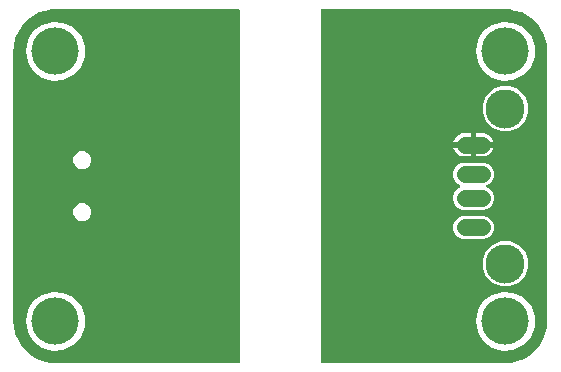
<source format=gbr>
G04 EAGLE Gerber RS-274X export*
G75*
%MOMM*%
%FSLAX34Y34*%
%LPD*%
%INBottom Copper*%
%IPPOS*%
%AMOC8*
5,1,8,0,0,1.08239X$1,22.5*%
G01*
%ADD10C,1.458000*%
%ADD11C,3.316000*%
%ADD12C,4.000000*%
%ADD13C,0.906400*%

G36*
X193318Y2556D02*
X193318Y2556D01*
X193437Y2563D01*
X193475Y2576D01*
X193516Y2581D01*
X193626Y2624D01*
X193739Y2661D01*
X193774Y2683D01*
X193811Y2698D01*
X193907Y2767D01*
X194008Y2831D01*
X194036Y2861D01*
X194069Y2884D01*
X194145Y2976D01*
X194226Y3063D01*
X194246Y3098D01*
X194271Y3129D01*
X194322Y3237D01*
X194380Y3341D01*
X194390Y3381D01*
X194407Y3417D01*
X194429Y3534D01*
X194459Y3649D01*
X194463Y3709D01*
X194467Y3729D01*
X194465Y3750D01*
X194469Y3810D01*
X194469Y300990D01*
X194454Y301108D01*
X194447Y301227D01*
X194434Y301265D01*
X194429Y301306D01*
X194386Y301416D01*
X194349Y301529D01*
X194327Y301564D01*
X194312Y301601D01*
X194243Y301697D01*
X194179Y301798D01*
X194149Y301826D01*
X194126Y301859D01*
X194034Y301935D01*
X193947Y302016D01*
X193912Y302036D01*
X193881Y302061D01*
X193773Y302112D01*
X193669Y302170D01*
X193629Y302180D01*
X193593Y302197D01*
X193476Y302219D01*
X193361Y302249D01*
X193301Y302253D01*
X193281Y302257D01*
X193260Y302255D01*
X193200Y302259D01*
X38100Y302259D01*
X38079Y302257D01*
X38017Y302257D01*
X33541Y301963D01*
X33498Y301955D01*
X33454Y301954D01*
X33296Y301923D01*
X24649Y299606D01*
X24570Y299573D01*
X24487Y299551D01*
X24365Y299490D01*
X24355Y299486D01*
X24351Y299483D01*
X24343Y299479D01*
X16591Y295003D01*
X16523Y294952D01*
X16449Y294908D01*
X16346Y294817D01*
X16338Y294811D01*
X16335Y294808D01*
X16328Y294802D01*
X9998Y288472D01*
X9946Y288404D01*
X9886Y288343D01*
X9810Y288229D01*
X9803Y288221D01*
X9802Y288217D01*
X9797Y288209D01*
X5321Y280457D01*
X5288Y280378D01*
X5246Y280303D01*
X5202Y280174D01*
X5198Y280164D01*
X5197Y280159D01*
X5194Y280151D01*
X2877Y271504D01*
X2871Y271461D01*
X2857Y271418D01*
X2837Y271259D01*
X2699Y269164D01*
X2543Y266783D01*
X2545Y266762D01*
X2541Y266700D01*
X2541Y38100D01*
X2543Y38079D01*
X2543Y38017D01*
X2837Y33541D01*
X2845Y33498D01*
X2846Y33454D01*
X2877Y33296D01*
X5194Y24649D01*
X5227Y24570D01*
X5249Y24487D01*
X5310Y24365D01*
X5314Y24355D01*
X5317Y24351D01*
X5321Y24343D01*
X9797Y16591D01*
X9848Y16523D01*
X9892Y16449D01*
X9983Y16346D01*
X9989Y16338D01*
X9992Y16335D01*
X9998Y16328D01*
X16328Y9998D01*
X16396Y9946D01*
X16457Y9886D01*
X16571Y9810D01*
X16579Y9803D01*
X16583Y9802D01*
X16591Y9797D01*
X24343Y5321D01*
X24422Y5288D01*
X24497Y5246D01*
X24626Y5202D01*
X24636Y5198D01*
X24641Y5197D01*
X24649Y5194D01*
X33296Y2877D01*
X33339Y2871D01*
X33382Y2857D01*
X33541Y2837D01*
X38017Y2543D01*
X38038Y2545D01*
X38100Y2541D01*
X193200Y2541D01*
X193318Y2556D01*
G37*
G36*
X419121Y2543D02*
X419121Y2543D01*
X419183Y2543D01*
X423659Y2837D01*
X423702Y2845D01*
X423746Y2846D01*
X423904Y2877D01*
X432551Y5194D01*
X432630Y5227D01*
X432713Y5249D01*
X432835Y5310D01*
X432845Y5314D01*
X432849Y5317D01*
X432857Y5321D01*
X440609Y9797D01*
X440677Y9848D01*
X440751Y9892D01*
X440854Y9983D01*
X440862Y9989D01*
X440865Y9992D01*
X440872Y9998D01*
X447202Y16328D01*
X447254Y16396D01*
X447314Y16457D01*
X447390Y16571D01*
X447397Y16579D01*
X447398Y16583D01*
X447403Y16591D01*
X451879Y24343D01*
X451912Y24422D01*
X451954Y24497D01*
X451998Y24626D01*
X452002Y24636D01*
X452003Y24641D01*
X452006Y24649D01*
X454323Y33296D01*
X454329Y33340D01*
X454343Y33382D01*
X454363Y33541D01*
X454657Y38017D01*
X454655Y38038D01*
X454659Y38100D01*
X454659Y266700D01*
X454657Y266721D01*
X454657Y266783D01*
X454363Y271259D01*
X454355Y271302D01*
X454354Y271346D01*
X454323Y271504D01*
X452006Y280151D01*
X451973Y280230D01*
X451951Y280313D01*
X451890Y280435D01*
X451886Y280445D01*
X451883Y280449D01*
X451879Y280457D01*
X447403Y288209D01*
X447352Y288277D01*
X447308Y288351D01*
X447217Y288454D01*
X447211Y288462D01*
X447208Y288465D01*
X447202Y288472D01*
X440872Y294802D01*
X440804Y294854D01*
X440743Y294914D01*
X440629Y294990D01*
X440621Y294997D01*
X440617Y294998D01*
X440609Y295003D01*
X432857Y299479D01*
X432778Y299512D01*
X432703Y299554D01*
X432574Y299598D01*
X432564Y299602D01*
X432559Y299603D01*
X432551Y299606D01*
X423904Y301923D01*
X423860Y301929D01*
X423818Y301943D01*
X423659Y301963D01*
X419183Y302257D01*
X419162Y302255D01*
X419100Y302259D01*
X264000Y302259D01*
X263882Y302244D01*
X263763Y302237D01*
X263725Y302224D01*
X263684Y302219D01*
X263574Y302176D01*
X263461Y302139D01*
X263426Y302117D01*
X263389Y302102D01*
X263293Y302033D01*
X263192Y301969D01*
X263164Y301939D01*
X263131Y301916D01*
X263056Y301824D01*
X262974Y301737D01*
X262954Y301702D01*
X262929Y301671D01*
X262878Y301563D01*
X262820Y301459D01*
X262810Y301419D01*
X262793Y301383D01*
X262771Y301266D01*
X262741Y301151D01*
X262737Y301091D01*
X262733Y301071D01*
X262735Y301050D01*
X262731Y300990D01*
X262731Y3810D01*
X262746Y3692D01*
X262753Y3573D01*
X262766Y3535D01*
X262771Y3494D01*
X262814Y3384D01*
X262851Y3271D01*
X262873Y3236D01*
X262888Y3199D01*
X262958Y3103D01*
X263021Y3002D01*
X263051Y2974D01*
X263074Y2941D01*
X263166Y2865D01*
X263253Y2784D01*
X263288Y2764D01*
X263319Y2739D01*
X263427Y2688D01*
X263531Y2630D01*
X263571Y2620D01*
X263607Y2603D01*
X263724Y2581D01*
X263839Y2551D01*
X263900Y2547D01*
X263920Y2543D01*
X263940Y2545D01*
X264000Y2541D01*
X419100Y2541D01*
X419121Y2543D01*
G37*
%LPC*%
G36*
X407877Y244161D02*
X407877Y244161D01*
X400493Y249737D01*
X395622Y257604D01*
X393921Y266700D01*
X395622Y275796D01*
X400493Y283663D01*
X407877Y289239D01*
X416777Y291771D01*
X425991Y290918D01*
X434274Y286793D01*
X440507Y279955D01*
X443850Y271327D01*
X443850Y262073D01*
X440507Y253445D01*
X434274Y246607D01*
X425991Y242482D01*
X416777Y241629D01*
X407877Y244161D01*
G37*
%LPD*%
%LPC*%
G36*
X26877Y244161D02*
X26877Y244161D01*
X19493Y249737D01*
X14622Y257604D01*
X12921Y266700D01*
X14622Y275796D01*
X19493Y283663D01*
X26877Y289239D01*
X35777Y291771D01*
X44991Y290918D01*
X53274Y286793D01*
X59507Y279955D01*
X62850Y271327D01*
X62850Y262073D01*
X59507Y253445D01*
X53274Y246607D01*
X44991Y242482D01*
X35777Y241629D01*
X26877Y244161D01*
G37*
%LPD*%
%LPC*%
G36*
X407877Y15561D02*
X407877Y15561D01*
X400493Y21137D01*
X395622Y29004D01*
X393921Y38100D01*
X395622Y47196D01*
X400493Y55063D01*
X407877Y60639D01*
X416777Y63171D01*
X425991Y62318D01*
X434274Y58193D01*
X440507Y51355D01*
X443850Y42727D01*
X443850Y33473D01*
X440507Y24845D01*
X434274Y18007D01*
X425991Y13882D01*
X416777Y13029D01*
X407877Y15561D01*
G37*
%LPD*%
%LPC*%
G36*
X26877Y15561D02*
X26877Y15561D01*
X19493Y21137D01*
X14622Y29004D01*
X12921Y38100D01*
X14622Y47196D01*
X19493Y55063D01*
X26877Y60639D01*
X35777Y63171D01*
X44991Y62318D01*
X53274Y58193D01*
X59507Y51355D01*
X62850Y42727D01*
X62850Y33473D01*
X59507Y24845D01*
X53274Y18007D01*
X44991Y13882D01*
X35777Y13029D01*
X26877Y15561D01*
G37*
%LPD*%
%LPC*%
G36*
X382755Y132569D02*
X382755Y132569D01*
X379141Y134066D01*
X376376Y136831D01*
X374879Y140445D01*
X374879Y144355D01*
X376376Y147969D01*
X379141Y150734D01*
X380332Y151227D01*
X380453Y151296D01*
X380576Y151361D01*
X380591Y151375D01*
X380608Y151385D01*
X380708Y151482D01*
X380811Y151575D01*
X380822Y151592D01*
X380837Y151606D01*
X380909Y151724D01*
X380986Y151841D01*
X380993Y151860D01*
X381003Y151877D01*
X381044Y152010D01*
X381089Y152142D01*
X381091Y152162D01*
X381097Y152181D01*
X381103Y152320D01*
X381114Y152459D01*
X381111Y152479D01*
X381112Y152499D01*
X381084Y152635D01*
X381060Y152772D01*
X381052Y152791D01*
X381048Y152810D01*
X380986Y152935D01*
X380929Y153062D01*
X380917Y153078D01*
X380908Y153096D01*
X380818Y153202D01*
X380731Y153310D01*
X380715Y153323D01*
X380702Y153338D01*
X380588Y153418D01*
X380477Y153502D01*
X380452Y153514D01*
X380442Y153521D01*
X380422Y153528D01*
X380332Y153573D01*
X379141Y154066D01*
X376376Y156831D01*
X374879Y160445D01*
X374879Y164355D01*
X376376Y167969D01*
X379141Y170734D01*
X382755Y172231D01*
X401245Y172231D01*
X404859Y170734D01*
X407624Y167969D01*
X409121Y164355D01*
X409121Y160445D01*
X407624Y156831D01*
X404859Y154066D01*
X403668Y153573D01*
X403547Y153504D01*
X403424Y153439D01*
X403409Y153425D01*
X403392Y153415D01*
X403291Y153318D01*
X403189Y153225D01*
X403178Y153208D01*
X403163Y153194D01*
X403090Y153075D01*
X403014Y152959D01*
X403007Y152940D01*
X402997Y152923D01*
X402956Y152790D01*
X402911Y152658D01*
X402909Y152638D01*
X402903Y152619D01*
X402897Y152480D01*
X402886Y152341D01*
X402889Y152321D01*
X402888Y152301D01*
X402916Y152165D01*
X402940Y152028D01*
X402948Y152009D01*
X402952Y151990D01*
X403014Y151864D01*
X403071Y151738D01*
X403083Y151722D01*
X403092Y151704D01*
X403182Y151598D01*
X403269Y151490D01*
X403285Y151477D01*
X403298Y151462D01*
X403412Y151382D01*
X403523Y151298D01*
X403548Y151286D01*
X403558Y151279D01*
X403578Y151272D01*
X403668Y151227D01*
X404859Y150734D01*
X407624Y147969D01*
X409121Y144355D01*
X409121Y140445D01*
X407624Y136831D01*
X404859Y134066D01*
X401245Y132569D01*
X382755Y132569D01*
G37*
%LPD*%
%LPC*%
G36*
X415297Y198979D02*
X415297Y198979D01*
X408269Y201890D01*
X402890Y207269D01*
X399979Y214297D01*
X399979Y221903D01*
X402890Y228931D01*
X408269Y234310D01*
X415297Y237221D01*
X422903Y237221D01*
X429931Y234310D01*
X435310Y228931D01*
X438221Y221903D01*
X438221Y214297D01*
X435310Y207269D01*
X429931Y201890D01*
X422903Y198979D01*
X415297Y198979D01*
G37*
%LPD*%
%LPC*%
G36*
X415297Y67579D02*
X415297Y67579D01*
X408269Y70490D01*
X402890Y75869D01*
X399979Y82897D01*
X399979Y90503D01*
X402890Y97531D01*
X408269Y102910D01*
X415297Y105821D01*
X422903Y105821D01*
X429931Y102910D01*
X435310Y97531D01*
X438221Y90503D01*
X438221Y82897D01*
X435310Y75869D01*
X429931Y70490D01*
X422903Y67579D01*
X415297Y67579D01*
G37*
%LPD*%
%LPC*%
G36*
X382755Y107569D02*
X382755Y107569D01*
X379141Y109066D01*
X376376Y111831D01*
X374879Y115445D01*
X374879Y119355D01*
X376376Y122969D01*
X379141Y125734D01*
X382755Y127231D01*
X401245Y127231D01*
X404859Y125734D01*
X407624Y122969D01*
X409121Y119355D01*
X409121Y115445D01*
X407624Y111831D01*
X404859Y109066D01*
X401245Y107569D01*
X382755Y107569D01*
G37*
%LPD*%
%LPC*%
G36*
X59300Y166859D02*
X59300Y166859D01*
X56529Y168007D01*
X54407Y170129D01*
X53259Y172900D01*
X53259Y175900D01*
X54407Y178671D01*
X56529Y180793D01*
X59300Y181941D01*
X62300Y181941D01*
X65071Y180793D01*
X67193Y178671D01*
X68341Y175900D01*
X68341Y172900D01*
X67193Y170129D01*
X65071Y168007D01*
X62300Y166859D01*
X59300Y166859D01*
G37*
%LPD*%
%LPC*%
G36*
X59300Y122859D02*
X59300Y122859D01*
X56529Y124007D01*
X54407Y126129D01*
X53259Y128900D01*
X53259Y131900D01*
X54407Y134671D01*
X56529Y136793D01*
X59300Y137941D01*
X62300Y137941D01*
X65071Y136793D01*
X67193Y134671D01*
X68341Y131900D01*
X68341Y128900D01*
X67193Y126129D01*
X65071Y124007D01*
X62300Y122859D01*
X59300Y122859D01*
G37*
%LPD*%
%LPC*%
G36*
X394374Y189774D02*
X394374Y189774D01*
X394374Y197231D01*
X400064Y197231D01*
X401592Y196989D01*
X403064Y196511D01*
X404443Y195808D01*
X404577Y195710D01*
X405694Y194899D01*
X406789Y193804D01*
X407698Y192553D01*
X408401Y191174D01*
X408855Y189774D01*
X394374Y189774D01*
G37*
%LPD*%
%LPC*%
G36*
X375145Y189774D02*
X375145Y189774D01*
X375599Y191174D01*
X376302Y192553D01*
X377211Y193804D01*
X378306Y194899D01*
X379557Y195808D01*
X380936Y196511D01*
X382408Y196989D01*
X383936Y197231D01*
X389626Y197231D01*
X389626Y189774D01*
X375145Y189774D01*
G37*
%LPD*%
%LPC*%
G36*
X394374Y177569D02*
X394374Y177569D01*
X394374Y185026D01*
X408855Y185026D01*
X408401Y183626D01*
X407698Y182247D01*
X406789Y180996D01*
X405694Y179901D01*
X404443Y178992D01*
X403064Y178289D01*
X401592Y177811D01*
X400064Y177569D01*
X394374Y177569D01*
G37*
%LPD*%
%LPC*%
G36*
X383936Y177569D02*
X383936Y177569D01*
X382408Y177811D01*
X380936Y178289D01*
X379557Y178992D01*
X378306Y179901D01*
X377211Y180996D01*
X376302Y182247D01*
X375599Y183626D01*
X375145Y185026D01*
X389626Y185026D01*
X389626Y177569D01*
X383936Y177569D01*
G37*
%LPD*%
D10*
X399290Y142400D02*
X384710Y142400D01*
X384710Y162400D02*
X399290Y162400D01*
X399290Y117400D02*
X384710Y117400D01*
X384710Y187400D02*
X399290Y187400D01*
D11*
X419100Y86700D03*
X419100Y218100D03*
D12*
X419100Y266700D03*
X38100Y38100D03*
X38100Y266700D03*
X419100Y38100D03*
D13*
X50800Y152400D03*
X114300Y137160D03*
X134620Y264160D03*
X121920Y50800D03*
X119380Y264160D03*
X134620Y50800D03*
X147320Y50800D03*
X152400Y132080D03*
X177800Y187960D03*
X127000Y10160D03*
X111760Y10160D03*
X340360Y276860D03*
X386080Y203200D03*
X274320Y152400D03*
X365760Y71120D03*
X304800Y53340D03*
X317500Y53340D03*
X302260Y152400D03*
X322580Y10160D03*
X322580Y40640D03*
M02*

</source>
